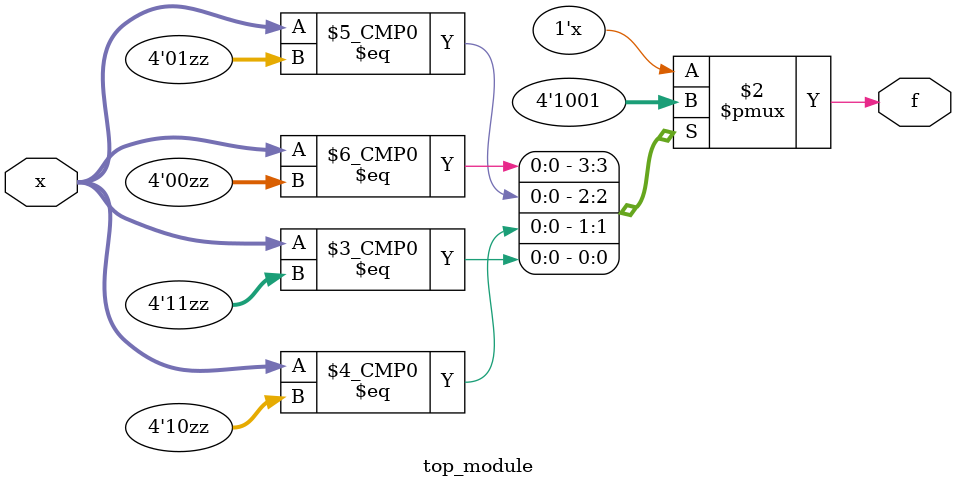
<source format=sv>
module top_module (
	input [4:1] x,
	output logic f
);

always_comb begin

    case (x)
        4'b00?? : f = 1;
        4'b01?? : f = 0;
        4'b10?? : f = 0;
        4'b11?? : f = 1;
        default: f = 0;
    endcase

end

endmodule

</source>
